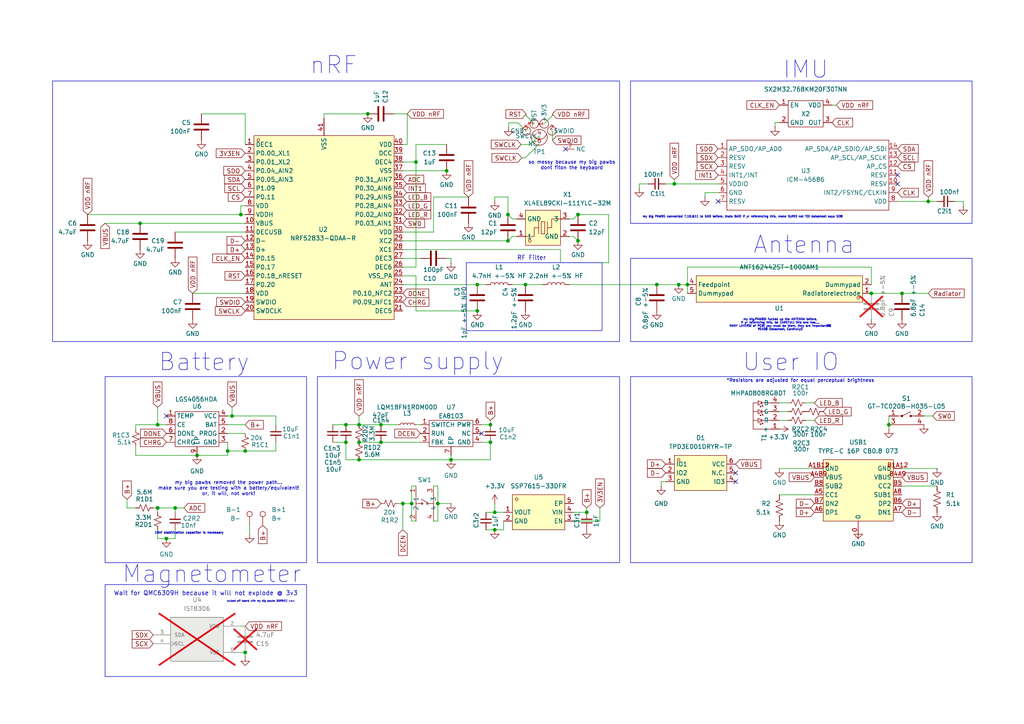
<source format=kicad_sch>
(kicad_sch (version 20250114) (generator "eeschema") (generator_version "9.0")
  (paper "A4")
  (rectangle (start 182.88 109.22) (end 281.94 163.195))
  (rectangle (start 182.88 23.495) (end 281.94 64.77))
  (rectangle (start 135.255 76.2) (end 174.625 95.885))
  (rectangle (start 92.075 109.22) (end 179.705 163.195))
  (rectangle (start 182.901 74.93) (end 281.94 99.06))
  (rectangle (start 15.24 23.495) (end 179.705 99.06))
  (rectangle (start 30.48 169.545) (end 88.9 196.215))
  (rectangle (start 30.48 109.22) (end 88.9 163.195))
  (text "10nf stabilization capacitor is necessary" (at 54.864 154.686 0) (effects (font (size 0.635 0.635))))
  (text "IMU\n" (at 233.68 20.32 0) (effects (font (size 5 5))))
  (text "Magnetometer" (at 61.468 166.624 0) (effects (font (size 5 5))))
  (text "Wait for QMC6309H because it will not explode @ 3v3" (at 59.69 172.212 0) (effects (font (size 1.27 1.27))))
  (text "my big.PAWBS! fucked up the ANTENNA before.\nif yr referncing this. be CAREFUL! this one has,.,,\nMANY LAYERS! of PCB! you must do them. they are important!!!!\nREAD!! Datasheet. Carefully!!" (at 226.314 94.234 0) (effects (font (size 0.6 0.6))))
  (text "my big PAWBS connected 7,10,&11 to GND before, thats BAD! If yr referencing this, make SURE! not TO! datasheet says SO!!" (at 215.392 62.992 0) (effects (font (size 0.6 0.6))))
  (text "nRF" (at 96.774 19.05 0) (effects (font (size 5 5))))
  (text "RF Filter" (at 154.178 74.93 0) (effects (font (size 1.27 1.27))))
  (text "Battery" (at 59.182 105.156 0) (effects (font (size 5 5))))
  (text "User IO" (at 229.362 105.156 0) (effects (font (size 5 5))))
  (text "swiped off board with my big pawbs SORRIEZ >w<" (at 75.692 174.498 0) (effects (font (size 0.5 0.5))))
  (text "*Resistors are adjusted for equal perceptual brightness" (at 232.156 110.49 0) (effects (font (size 1 1))))
  (text "Power supply" (at 121.158 104.902 0) (effects (font (size 5 5))))
  (text "Antenna" (at 233.172 71.12 0) (effects (font (size 5 5))))
  (text "so messy because my big pawbs\ndont fiton the keybaord" (at 165.862 48.006 0) (effects (font (size 1 1))))
  (text "my big pawbs removed the power path...\nmake sure you are testing with a battery/equivalent!\nor, it will, not work!" (at 66.294 141.732 0) (effects (font (size 1 1))))
  (junction (at 147.32 69.85))
  (junction (at 127 146.05))
  (junction (at 269.24 58.42))
  (junction (at 71.12 130.81))
  (junction (at 104.14 133.35))
  (junction (at 45.72 147.32))
  (junction (at 170.18 148.59))
  (junction (at 106.68 33.02))
  (junction (at 252.73 85.09))
  (junction (at 100.33 128.27))
  (junction (at 152.4 82.55))
  (junction (at 57.15 132.08))
  (junction (at 190.5 82.55))
  (junction (at 142.24 128.27))
  (junction (at 138.43 90.17))
  (junction (at 195.58 53.34))
  (junction (at 120.65 46.99))
  (junction (at 143.51 148.59))
  (junction (at 143.51 153.67))
  (junction (at 138.43 82.55))
  (junction (at 129.54 49.53))
  (junction (at 45.72 123.19))
  (junction (at 199.39 82.55))
  (junction (at 104.14 123.19))
  (junction (at 50.8 147.32))
  (junction (at 48.26 156.21))
  (junction (at 167.64 69.85))
  (junction (at 69.85 62.23))
  (junction (at 67.31 120.65))
  (junction (at 142.24 123.19))
  (junction (at 147.32 62.23))
  (junction (at 100.33 123.19))
  (junction (at 116.84 146.05))
  (junction (at 119.38 146.05))
  (junction (at 130.81 133.35))
  (junction (at 167.64 62.23))
  (junction (at 110.49 123.19))
  (junction (at 40.64 64.77))
  (junction (at 257.81 123.19))
  (junction (at 104.14 128.27))
  (junction (at 110.49 128.27))
  (junction (at 261.62 85.09))
  (junction (at 66.04 130.81))
  (junction (at 71.12 189.23))
  (junction (at 196.85 82.55))
  (no_connect (at 260.35 53.34))
  (no_connect (at 164.0339 43.2494))
  (no_connect (at 213.36 137.16))
  (no_connect (at 208.28 58.42))
  (no_connect (at 260.35 50.8))
  (no_connect (at 48.26 120.65))
  (no_connect (at 139.7 125.73))
  (no_connect (at 213.36 139.7))
  (wire (pts (xy 226.06 135.89) (xy 236.22 135.89)))
  (wire (pts (xy 127 151.13) (xy 127 146.05)))
  (wire (pts (xy 139.7 123.19) (xy 142.24 123.19)))
  (wire (pts (xy 116.84 80.01) (xy 120.65 80.01)))
  (wire (pts (xy 224.79 35.56) (xy 226.06 35.56)))
  (wire (pts (xy 116.84 72.39) (xy 162.56 72.39)))
  (wire (pts (xy 44.45 147.32) (xy 45.72 147.32)))
  (wire (pts (xy 228.6 121.92) (xy 226.06 121.92)))
  (wire (pts (xy 50.8 147.32) (xy 50.8 148.59)))
  (wire (pts (xy 125.73 140.97) (xy 127 140.97)))
  (wire (pts (xy 146.05 151.13) (xy 146.05 153.67)))
  (wire (pts (xy 69.85 189.23) (xy 71.12 189.23)))
  (wire (pts (xy 204.47 55.88) (xy 208.28 55.88)))
  (wire (pts (xy 25.4 62.23) (xy 69.85 62.23)))
  (wire (pts (xy 138.43 82.55) (xy 116.84 82.55)))
  (wire (pts (xy 176.53 62.23) (xy 176.53 76.2)))
  (wire (pts (xy 143.51 57.15) (xy 143.51 58.42)))
  (wire (pts (xy 36.83 144.78) (xy 36.83 147.32)))
  (wire (pts (xy 152.3387 45.7894) (xy 156.418 41.7101)))
  (wire (pts (xy 69.85 62.23) (xy 71.12 62.23)))
  (wire (pts (xy 224.79 35.56) (xy 224.79 36.83)))
  (wire (pts (xy 36.83 147.32) (xy 39.37 147.32)))
  (wire (pts (xy 199.39 77.47) (xy 199.39 82.55)))
  (wire (pts (xy 116.84 49.53) (xy 129.54 49.53)))
  (wire (pts (xy 191.77 139.7) (xy 191.77 140.97)))
  (wire (pts (xy 58.42 33.02) (xy 71.12 33.02)))
  (wire (pts (xy 50.8 67.31) (xy 71.12 67.31)))
  (wire (pts (xy 160.2239 38.1311) (xy 160.043 37.9502)))
  (wire (pts (xy 115.57 123.19) (xy 110.49 123.19)))
  (wire (pts (xy 100.33 123.19) (xy 104.14 123.19)))
  (wire (pts (xy 241.3 30.48) (xy 242.57 30.48)))
  (wire (pts (xy 71.12 33.02) (xy 71.12 41.91)))
  (wire (pts (xy 39.37 123.19) (xy 45.72 123.19)))
  (wire (pts (xy 71.12 189.23) (xy 71.12 190.5)))
  (wire (pts (xy 48.26 156.21) (xy 50.8 156.21)))
  (wire (pts (xy 130.81 133.35) (xy 130.81 132.08)))
  (wire (pts (xy 45.72 123.19) (xy 48.26 123.19)))
  (wire (pts (xy 271.78 58.42) (xy 269.24 58.42)))
  (wire (pts (xy 143.51 153.67) (xy 146.05 153.67)))
  (wire (pts (xy 93.98 33.02) (xy 93.98 34.29)))
  (wire (pts (xy 39.37 132.08) (xy 57.15 132.08)))
  (wire (pts (xy 248.92 153.67) (xy 248.92 156.21)))
  (wire (pts (xy 39.37 129.54) (xy 39.37 132.08)))
  (wire (pts (xy 127 146.05) (xy 130.81 146.05)))
  (wire (pts (xy 204.47 55.88) (xy 204.47 57.15)))
  (wire (pts (xy 130.81 133.35) (xy 142.24 133.35)))
  (wire (pts (xy 149.86 68.58) (xy 148.59 68.58)))
  (wire (pts (xy 165.1 82.55) (xy 190.5 82.55)))
  (wire (pts (xy 167.64 62.23) (xy 176.53 62.23)))
  (wire (pts (xy 104.14 123.19) (xy 110.49 123.19)))
  (wire (pts (xy 39.37 124.46) (xy 39.37 123.19)))
  (wire (pts (xy 119.38 140.97) (xy 120.65 140.97)))
  (wire (pts (xy 80.01 128.27) (xy 80.01 130.81)))
  (wire (pts (xy 139.7 128.27) (xy 142.24 128.27)))
  (wire (pts (xy 261.62 85.09) (xy 252.73 85.09)))
  (wire (pts (xy 50.8 153.67) (xy 50.8 156.21)))
  (wire (pts (xy 257.81 120.65) (xy 257.81 123.19)))
  (wire (pts (xy 185.42 53.34) (xy 185.42 54.61)))
  (wire (pts (xy 279.4 58.42) (xy 279.4 59.69)))
  (wire (pts (xy 252.73 77.47) (xy 252.73 82.55)))
  (wire (pts (xy 119.38 151.13) (xy 120.65 151.13)))
  (wire (pts (xy 67.31 120.65) (xy 66.04 120.65)))
  (wire (pts (xy 116.84 146.05) (xy 119.38 146.05)))
  (wire (pts (xy 125.73 57.15) (xy 135.89 57.15)))
  (wire (pts (xy 104.14 133.35) (xy 130.81 133.35)))
  (wire (pts (xy 116.84 67.31) (xy 125.73 67.31)))
  (wire (pts (xy 142.24 128.27) (xy 142.24 133.35)))
  (wire (pts (xy 160.2239 33.5205) (xy 157.8343 35.9101)))
  (wire (pts (xy 160.2239 40.7094) (xy 160.2239 38.1311)))
  (wire (pts (xy 119.38 146.05) (xy 119.38 140.97)))
  (wire (pts (xy 199.39 77.47) (xy 252.73 77.47)))
  (wire (pts (xy 45.72 156.21) (xy 48.26 156.21)))
  (wire (pts (xy 72.39 154.94) (xy 72.39 152.4)))
  (wire (pts (xy 40.64 64.77) (xy 71.12 64.77)))
  (wire (pts (xy 45.72 147.32) (xy 50.8 147.32)))
  (wire (pts (xy 116.84 41.91) (xy 118.11 41.91)))
  (wire (pts (xy 148.59 63.5) (xy 147.32 62.23)))
  (wire (pts (xy 196.85 82.55) (xy 199.39 82.55)))
  (wire (pts (xy 162.56 72.39) (xy 162.56 76.2)))
  (wire (pts (xy 151.3339 45.7894) (xy 152.3387 45.7894)))
  (wire (pts (xy 152.4 82.55) (xy 148.59 82.55)))
  (wire (pts (xy 66.04 128.27) (xy 66.04 130.81)))
  (wire (pts (xy 116.84 74.93) (xy 121.92 74.93)))
  (wire (pts (xy 226.06 143.51) (xy 236.22 143.51)))
  (wire (pts (xy 267.97 120.65) (xy 270.51 120.65)))
  (wire (pts (xy 104.14 128.27) (xy 110.49 128.27)))
  (wire (pts (xy 127 146.05) (xy 127 140.97)))
  (wire (pts (xy 149.86 63.5) (xy 148.59 63.5)))
  (wire (pts (xy 143.51 146.05) (xy 143.51 148.59)))
  (wire (pts (xy 66.04 130.81) (xy 71.12 130.81)))
  (wire (pts (xy 57.15 132.08) (xy 66.04 132.08)))
  (wire (pts (xy 195.58 53.34) (xy 208.28 53.34)))
  (wire (pts (xy 165.1 68.58) (xy 166.37 68.58)))
  (wire (pts (xy 170.18 147.32) (xy 170.18 148.59)))
  (wire (pts (xy 125.73 57.15) (xy 125.73 67.31)))
  (wire (pts (xy 129.54 74.93) (xy 130.81 74.93)))
  (wire (pts (xy 45.72 118.11) (xy 45.72 123.19)))
  (wire (pts (xy 190.5 82.55) (xy 196.85 82.55)))
  (wire (pts (xy 142.24 121.92) (xy 142.24 123.19)))
  (wire (pts (xy 147.5239 35.6294) (xy 147.5239 36.8994)))
  (wire (pts (xy 261.62 135.89) (xy 271.78 135.89)))
  (wire (pts (xy 120.65 80.01) (xy 120.65 90.17)))
  (wire (pts (xy 195.58 52.07) (xy 195.58 53.34)))
  (wire (pts (xy 191.77 139.7) (xy 193.04 139.7)))
  (wire (pts (xy 50.8 147.32) (xy 53.34 147.32)))
  (wire (pts (xy 173.99 147.32) (xy 173.99 151.13)))
  (wire (pts (xy 153.67 41.91) (xy 156.418 39.434)))
  (wire (pts (xy 140.97 82.55) (xy 138.43 82.55)))
  (wire (pts (xy 143.51 148.59) (xy 146.05 148.59)))
  (wire (pts (xy 157.48 82.55) (xy 152.4 82.55)))
  (wire (pts (xy 45.72 147.32) (xy 45.72 148.59)))
  (wire (pts (xy 120.65 90.17) (xy 138.43 90.17)))
  (wire (pts (xy 236.22 116.84) (xy 233.68 116.84)))
  (wire (pts (xy 120.65 123.19) (xy 121.92 123.19)))
  (wire (pts (xy 30.48 64.77) (xy 40.64 64.77)))
  (wire (pts (xy 116.84 77.47) (xy 120.65 77.47)))
  (wire (pts (xy 185.42 53.34) (xy 187.96 53.34)))
  (wire (pts (xy 269.24 57.15) (xy 269.24 58.42)))
  (wire (pts (xy 147.5239 35.6294) (xy 150.243 35.6294)))
  (wire (pts (xy 110.49 128.27) (xy 121.92 128.27)))
  (wire (pts (xy 193.04 53.34) (xy 195.58 53.34)))
  (wire (pts (xy 152.6039 33.0894) (xy 152.6039 33.5742)))
  (wire (pts (xy 160.2239 33.0894) (xy 160.2239 33.5205)))
  (wire (pts (xy 80.01 120.65) (xy 80.01 123.19)))
  (wire (pts (xy 69.85 59.69) (xy 69.85 62.23)))
  (wire (pts (xy 114.3 33.02) (xy 118.11 33.02)))
  (wire (pts (xy 152.6039 33.5742) (xy 154.9343 35.9046)))
  (wire (pts (xy 119.38 151.13) (xy 119.38 146.05)))
  (wire (pts (xy 140.97 153.67) (xy 143.51 153.67)))
  (wire (pts (xy 66.04 132.08) (xy 66.04 130.81)))
  (wire (pts (xy 269.24 58.42) (xy 260.35 58.42)))
  (wire (pts (xy 199.39 82.55) (xy 199.39 85.09)))
  (wire (pts (xy 147.32 57.15) (xy 147.32 62.23)))
  (wire (pts (xy 116.84 153.67) (xy 116.84 146.05)))
  (wire (pts (xy 100.33 133.35) (xy 104.14 133.35)))
  (wire (pts (xy 228.6 119.38) (xy 226.06 119.38)))
  (wire (pts (xy 269.24 85.09) (xy 261.62 85.09)))
  (wire (pts (xy 104.14 120.65) (xy 104.14 123.19)))
  (wire (pts (xy 67.31 120.65) (xy 80.01 120.65)))
  (wire (pts (xy 71.12 181.61) (xy 69.85 181.61)))
  (wire (pts (xy 116.84 69.85) (xy 147.32 69.85)))
  (wire (pts (xy 96.52 128.27) (xy 100.33 128.27)))
  (wire (pts (xy 67.31 118.11) (xy 67.31 120.65)))
  (wire (pts (xy 166.37 151.13) (xy 173.99 151.13)))
  (wire (pts (xy 279.4 58.42) (xy 276.86 58.42)))
  (wire (pts (xy 166.37 148.59) (xy 170.18 148.59)))
  (wire (pts (xy 69.85 59.69) (xy 71.12 59.69)))
  (wire (pts (xy 120.65 41.91) (xy 129.54 41.91)))
  (wire (pts (xy 66.04 123.19) (xy 71.12 123.19)))
  (wire (pts (xy 165.1 63.5) (xy 166.37 63.5)))
  (wire (pts (xy 162.56 76.2) (xy 176.53 76.2)))
  (wire (pts (xy 150.243 35.6294) (xy 152.5916 37.978)))
  (wire (pts (xy 261.62 140.97) (xy 271.78 140.97)))
  (wire (pts (xy 66.04 125.73) (xy 71.12 125.73)))
  (wire (pts (xy 93.98 33.02) (xy 106.68 33.02)))
  (wire (pts (xy 130.81 74.93) (xy 130.81 76.2)))
  (wire (pts (xy 118.11 33.02) (xy 118.11 41.91)))
  (wire (pts (xy 151.1313 41.91) (xy 153.67 41.91)))
  (wire (pts (xy 166.37 63.5) (xy 167.64 62.23)))
  (wire (pts (xy 55.88 85.09) (xy 71.12 85.09)))
  (wire (pts (xy 140.97 148.59) (xy 143.51 148.59)))
  (wire (pts (xy 143.51 57.15) (xy 147.32 57.15)))
  (wire (pts (xy 100.33 128.27) (xy 100.33 133.35)))
  (wire (pts (xy 257.81 123.19) (xy 257.81 124.46)))
  (wire (pts (xy 71.12 130.81) (xy 80.01 130.81)))
  (wire (pts (xy 120.65 46.99) (xy 120.65 77.47)))
  (wire (pts (xy 148.59 68.58) (xy 147.32 69.85)))
  (wire (pts (xy 236.22 121.92) (xy 233.68 121.92)))
  (wire (pts (xy 228.6 116.84) (xy 226.06 116.84)))
  (wire (pts (xy 166.37 68.58) (xy 167.64 69.85)))
  (wire (pts (xy 45.72 153.67) (xy 45.72 156.21)))
  (wire (pts (xy 115.57 146.05) (xy 116.84 146.05)))
  (wire (pts (xy 116.84 46.99) (xy 120.65 46.99)))
  (wire (pts (xy 125.73 151.13) (xy 127 151.13)))
  (wire (pts (xy 120.65 41.91) (xy 120.65 46.99)))
  (wire (pts (xy 96.52 123.19) (xy 100.33 123.19)))
  (global_label "DCEN" (shape input) (at 116.84 153.67 270) (property "Intersheetrefs" "${INTERSHEET_REFS}" (effects (hide yes))))
  (global_label "SDO" (shape input) (at 208.28 43.18 180) (property "Intersheetrefs" "${INTERSHEET_REFS}" (effects (hide yes))))
  (global_label "SDA" (shape input) (at 260.35 43.18 0) (property "Intersheetrefs" "${INTERSHEET_REFS}" (effects (hide yes))))
  (global_label "SWCLK" (shape input) (at 71.12 90.17 180) (property "Intersheetrefs" "${INTERSHEET_REFS}" (effects (hide yes))))
  (global_label "ADC" (shape input) (at 116.84 52.07 0) (property "Intersheetrefs" "${INTERSHEET_REFS}" (effects (hide yes))))
  (global_label "VBUS" (shape input) (at 236.22 138.43 180) (property "Intersheetrefs" "${INTERSHEET_REFS}" (effects (hide yes))))
  (global_label "CS" (shape input) (at 260.35 48.26 0) (property "Intersheetrefs" "${INTERSHEET_REFS}" (effects (hide yes))))
  (global_label "INT1" (shape input) (at 116.84 54.61 0) (property "Intersheetrefs" "${INTERSHEET_REFS}" (effects (hide yes))))
  (global_label "SCX" (shape input) (at 208.28 48.26 180) (property "Intersheetrefs" "${INTERSHEET_REFS}" (effects (hide yes))))
  (global_label "VDD nRF" (shape input) (at 118.11 33.02 0) (property "Intersheetrefs" "${INTERSHEET_REFS}" (effects (hide yes))))
  (global_label "INT1" (shape input) (at 208.28 50.8 180) (property "Intersheetrefs" "${INTERSHEET_REFS}" (effects (hide yes))))
  (global_label "DONE" (shape input) (at 48.26 125.73 180) (property "Intersheetrefs" "${INTERSHEET_REFS}" (effects (hide yes))))
  (global_label "D+" (shape input) (at 193.04 134.62 180) (property "Intersheetrefs" "${INTERSHEET_REFS}" (effects (hide yes))))
  (global_label "LED_B" (shape input) (at 116.84 57.15 0) (property "Intersheetrefs" "${INTERSHEET_REFS}" (effects (hide yes))))
  (global_label "VBUS" (shape input) (at 213.36 134.62 0) (property "Intersheetrefs" "${INTERSHEET_REFS}" (effects (hide yes))))
  (global_label "VDD nRF" (shape input) (at 25.4 62.23 90) (property "Intersheetrefs" "${INTERSHEET_REFS}" (effects (hide yes))))
  (global_label "Radiator" (shape input) (at 269.24 85.09 0) (property "Intersheetrefs" "${INTERSHEET_REFS}" (effects (hide yes))))
  (global_label "D-" (shape input) (at 193.04 137.16 180) (property "Intersheetrefs" "${INTERSHEET_REFS}" (effects (hide yes))))
  (global_label "LED_R" (shape input) (at 236.22 121.92 0) (property "Intersheetrefs" "${INTERSHEET_REFS}" (effects (hide yes))))
  (global_label "B+" (shape input) (at 76.2 152.4 270) (property "Intersheetrefs" "${INTERSHEET_REFS}" (effects (hide yes))))
  (global_label "LED_G" (shape input) (at 238.76 119.38 0) (property "Intersheetrefs" "${INTERSHEET_REFS}" (effects (hide yes))))
  (global_label "CLK" (shape input) (at 260.35 55.88 0) (property "Intersheetrefs" "${INTERSHEET_REFS}" (effects (hide yes))))
  (global_label "VBUS" (shape input) (at 45.72 118.11 90) (property "Intersheetrefs" "${INTERSHEET_REFS}" (effects (hide yes))))
  (global_label "CLK" (shape input) (at 241.3 35.56 0) (property "Intersheetrefs" "${INTERSHEET_REFS}" (effects (hide yes))))
  (global_label "VBUS" (shape input) (at 261.62 138.43 0) (property "Intersheetrefs" "${INTERSHEET_REFS}" (effects (hide yes))))
  (global_label "B+" (shape input) (at 110.49 146.05 180) (property "Intersheetrefs" "${INTERSHEET_REFS}" (effects (hide yes))))
  (global_label "RST" (shape input) (at 152.6039 33.0894 180) (property "Intersheetrefs" "${INTERSHEET_REFS}" (effects (hide yes))))
  (global_label "SCX" (shape input) (at 44.45 186.69 180) (property "Intersheetrefs" "${INTERSHEET_REFS}" (effects (hide yes))))
  (global_label "RST" (shape input) (at 71.12 80.01 180) (property "Intersheetrefs" "${INTERSHEET_REFS}" (effects (hide yes))))
  (global_label "LED_G" (shape input) (at 116.84 59.69 0) (property "Intersheetrefs" "${INTERSHEET_REFS}" (effects (hide yes))))
  (global_label "VBUS" (shape input) (at 67.31 118.11 90) (property "Intersheetrefs" "${INTERSHEET_REFS}" (effects (hide yes))))
  (global_label "DCEN" (shape input) (at 121.92 125.73 180) (property "Intersheetrefs" "${INTERSHEET_REFS}" (effects (hide yes))))
  (global_label "SDO" (shape input) (at 71.12 49.53 180) (property "Intersheetrefs" "${INTERSHEET_REFS}" (effects (hide yes))))
  (global_label "SW0" (shape input) (at 116.84 64.77 0) (property "Intersheetrefs" "${INTERSHEET_REFS}" (effects (hide yes))))
  (global_label "SWCLK" (shape input) (at 151.1313 41.91 180) (property "Intersheetrefs" "${INTERSHEET_REFS}" (effects (hide yes))))
  (global_label "VDD nRF" (shape input) (at 104.14 120.65 90) (property "Intersheetrefs" "${INTERSHEET_REFS}" (effects (hide yes))))
  (global_label "D+" (shape input) (at 236.22 148.59 180) (property "Intersheetrefs" "${INTERSHEET_REFS}" (effects (hide yes))))
  (global_label "D-" (shape input) (at 71.12 69.85 180) (property "Intersheetrefs" "${INTERSHEET_REFS}" (effects (hide yes))))
  (global_label "DONE" (shape input) (at 116.84 85.09 0) (property "Intersheetrefs" "${INTERSHEET_REFS}" (effects (hide yes))))
  (global_label "B+" (shape input) (at 170.18 147.32 90) (property "Intersheetrefs" "${INTERSHEET_REFS}" (effects (hide yes))))
  (global_label "SWDIO" (shape input) (at 160.2239 40.7094 0) (property "Intersheetrefs" "${INTERSHEET_REFS}" (effects (hide yes))))
  (global_label "VDD nRF" (shape input) (at 55.88 85.09 90) (property "Intersheetrefs" "${INTERSHEET_REFS}" (effects (hide yes))))
  (global_label "VDD nRF" (shape input) (at 71.12 181.61 0) (property "Intersheetrefs" "${INTERSHEET_REFS}" (effects (hide yes))))
  (global_label "3V3EN" (shape input) (at 71.12 44.45 180) (property "Intersheetrefs" "${INTERSHEET_REFS}" (effects (hide yes))))
  (global_label "SDA" (shape input) (at 71.12 52.07 180) (property "Intersheetrefs" "${INTERSHEET_REFS}" (effects (hide yes))))
  (global_label "SDX" (shape input) (at 44.45 184.15 180) (property "Intersheetrefs" "${INTERSHEET_REFS}" (effects (hide yes))))
  (global_label "CS" (shape input) (at 71.12 57.15 180) (property "Intersheetrefs" "${INTERSHEET_REFS}" (effects (hide yes))))
  (global_label "SW0" (shape input) (at 270.51 120.65 0) (property "Intersheetrefs" "${INTERSHEET_REFS}" (effects (hide yes))))
  (global_label "3V3EN" (shape input) (at 173.99 147.32 90) (property "Intersheetrefs" "${INTERSHEET_REFS}" (effects (hide yes))))
  (global_label "VBUS" (shape input) (at 30.48 64.77 270) (property "Intersheetrefs" "${INTERSHEET_REFS}" (effects (hide yes))))
  (global_label "D+" (shape input) (at 71.12 72.39 180) (property "Intersheetrefs" "${INTERSHEET_REFS}" (effects (hide yes))))
  (global_label "LED_B" (shape input) (at 236.22 116.84 0) (property "Intersheetrefs" "${INTERSHEET_REFS}" (effects (hide yes))))
  (global_label "VDD nRF" (shape input) (at 242.57 30.48 0) (property "Intersheetrefs" "${INTERSHEET_REFS}" (effects (hide yes))))
  (global_label "CHRG" (shape input) (at 116.84 87.63 0) (property "Intersheetrefs" "${INTERSHEET_REFS}" (effects (hide yes))))
  (global_label "ADC" (shape input) (at 53.34 147.32 0) (property "Intersheetrefs" "${INTERSHEET_REFS}" (effects (hide yes))))
  (global_label "VDD nRF" (shape input) (at 195.58 52.07 90) (property "Intersheetrefs" "${INTERSHEET_REFS}" (effects (hide yes))))
  (global_label "CHRG" (shape input) (at 48.26 128.27 180) (property "Intersheetrefs" "${INTERSHEET_REFS}" (effects (hide yes))))
  (global_label "B+" (shape input) (at 142.24 121.92 90) (property "Intersheetrefs" "${INTERSHEET_REFS}" (effects (hide yes))))
  (global_label "D-" (shape input) (at 236.22 146.05 180) (property "Intersheetrefs" "${INTERSHEET_REFS}" (effects (hide yes))))
  (global_label "SWDIO" (shape input) (at 71.12 87.63 180) (property "Intersheetrefs" "${INTERSHEET_REFS}" (effects (hide yes))))
  (global_label "CLK_EN" (shape input) (at 226.06 30.48 180) (property "Intersheetrefs" "${INTERSHEET_REFS}" (effects (hide yes))))
  (global_label "SCL" (shape input) (at 260.35 45.72 0) (property "Intersheetrefs" "${INTERSHEET_REFS}" (effects (hide yes))))
  (global_label "SCL" (shape input) (at 71.12 54.61 180) (property "Intersheetrefs" "${INTERSHEET_REFS}" (effects (hide yes))))
  (global_label "LED_R" (shape input) (at 116.84 62.23 0) (property "Intersheetrefs" "${INTERSHEET_REFS}" (effects (hide yes))))
  (global_label "VDD nRF" (shape input) (at 160.2239 33.0894 0) (property "Intersheetrefs" "${INTERSHEET_REFS}" (effects (hide yes))))
  (global_label "D+" (shape input) (at 261.62 146.05 0) (property "Intersheetrefs" "${INTERSHEET_REFS}" (effects (hide yes))))
  (global_label "VDD nRF" (shape input) (at 135.89 57.15 90) (property "Intersheetrefs" "${INTERSHEET_REFS}" (effects (hide yes))))
  (global_label "SWCLK" (shape input) (at 151.3339 45.7894 180) (property "Intersheetrefs" "${INTERSHEET_REFS}" (effects (hide yes))))
  (global_label "SDX" (shape input) (at 208.28 45.72 180) (property "Intersheetrefs" "${INTERSHEET_REFS}" (effects (hide yes))))
  (global_label "B+" (shape input) (at 36.83 144.78 90) (property "Intersheetrefs" "${INTERSHEET_REFS}" (effects (hide yes))))
  (global_label "VDD nRF" (shape input) (at 269.24 57.15 90) (property "Intersheetrefs" "${INTERSHEET_REFS}" (effects (hide yes))))
  (global_label "B+" (shape input) (at 71.12 123.19 0) (property "Intersheetrefs" "${INTERSHEET_REFS}" (effects (hide yes))))
  (global_label "D-" (shape input) (at 261.62 148.59 0) (property "Intersheetrefs" "${INTERSHEET_REFS}" (effects (hide yes))))
  (global_label "CLK_EN" (shape input) (at 71.12 74.93 180) (property "Intersheetrefs" "${INTERSHEET_REFS}" (effects (hide yes))))
  (symbol (lib_id "Device:C") (at 55.88 88.9 0) (unit 1)
    (property "Reference" "C7" (at 52.832 87.63 0) (effects (justify right)))
    (property "Value" "100nF" (at 52.832 90.17 0) (effects (justify right)))
    (property "Footprint" "beaLib:C_0201_JLC" (effects (hide yes)))
    (property "Description" "Unpolarized capacitor" (effects (hide yes)))
  )
  (symbol (lib_id "ezeda2kicad:NRF52833-QDAA-R") (at 93.98 66.04 0) (unit 1)
    (property "Reference" "U2" (at 93.726 66.548 0))
    (property "Value" "NRF52833-QDAA-R" (at 93.726 69.088 0))
    (property "Footprint" "ezeda2kicad:QFN-40_L5.0-W5.0-P0.40-TL-EP3.6" (effects (hide yes)))
    (property "LCSC Part" "C2895249" (effects (hide yes)))
  )
  (symbol (lib_id "easyeda2kicad:LGS4056HDA") (at 57.15 124.46 0) (unit 1)
    (property "Reference" "U6" (at 57.15 117.856 0))
    (property "Value" "LGS4056HDA" (at 56.896 115.824 0))
    (property "Footprint" "easyeda2kicad:DFN-8_L2.0-W2.0-P0.50-TL-EP1.6" (effects (hide yes)))
  )
  (symbol (lib_id "Device:R_Small_US") (at 39.37 127 180) (unit 1)
    (property "Reference" "R1C3" (at 35.052 126.238 0))
    (property "Value" "5.1k" (at 36.068 128.27 0))
    (property "Footprint" "beaLib:R_0201_JLC" (effects (hide yes)))
    (property "Description" "Resistor, small US symbol" (effects (hide yes)))
  )
  (symbol (lib_id "Device:R_Small_US") (at 45.72 151.13 180) (unit 1)
    (property "Reference" "R2D1" (at 41.656 152.146 0))
    (property "Value" "3.3M" (at 41.656 150.114 0))
    (property "Footprint" "beaLib:R_0201_JLC" (effects (hide yes)))
    (property "Description" "Resistor, small US symbol" (effects (hide yes)))
  )
  (symbol (lib_id "Connector:TestPoint") (at 72.39 152.4 0) (mirror y) (unit 1)
    (property "Reference" "B-1" (at 69.85 147.8279 0) (effects (justify left)))
    (property "Value" "B-" (at 69.85 150.3679 0) (effects (justify left)))
    (property "Footprint" "justPads_custom:2_3-1.5_2.5_1_1" (effects (hide yes)))
    (property "Description" "test point" (effects (hide yes)))
  )
  (symbol (lib_id "power:GND") (at 170.18 153.67 0) (unit 1)
    (property "Reference" "#PWR040" (effects (hide yes)))
    (property "Value" "GND" (effects (hide yes)))
    (property "Description" "Power symbol creates a global label with name \"GND\" , ground" (effects (hide yes)))
  )
  (symbol (lib_id "power:GND") (at 147.5239 36.8994 0) (unit 1)
    (property "Reference" "#PWR012" (effects (hide yes)))
    (property "Value" "GND" (effects (hide yes)))
    (property "Description" "Power symbol creates a global label with name \"GND\" , ground" (effects (hide yes)))
  )
  (symbol (lib_id "Device:R_Small_US") (at 231.14 116.84 90) (unit 1)
    (property "Reference" "R2C1" (at 232.156 112.268 90))
    (property "Value" "100r" (at 232.156 114.046 90))
    (property "Footprint" "beaLib:R_0201_JLC" (effects (hide yes)))
    (property "Description" "Resistor, small US symbol" (effects (hide yes)))
  )
  (symbol (lib_id "Device:C_Small") (at 142.24 125.73 0) (unit 1)
    (property "Reference" "C1n2" (at 144.78 126.746 0) (effects (justify left)))
    (property "Value" "10uF" (at 144.526 124.714 0) (effects (justify left)))
    (property "Footprint" "beaLib:C_0402_JLC" (effects (hide yes)))
    (property "Description" "Unpolarized capacitor, small symbol" (effects (hide yes)))
  )
  (symbol (lib_id "power:GND") (at 196.85 82.55 0) (unit 1)
    (property "Reference" "#PWR020" (effects (hide yes)))
    (property "Value" "GND" (at 196.85 86.614 0))
    (property "Description" "Power symbol creates a global label with name \"GND\" , ground" (effects (hide yes)))
  )
  (symbol (lib_id "Device:C") (at 135.89 60.96 0) (unit 1)
    (property "Reference" "C11" (at 132.842 59.69 0) (effects (justify right)))
    (property "Value" "100nF" (at 132.842 62.23 0) (effects (justify right)))
    (property "Footprint" "beaLib:C_0201_JLC" (effects (hide yes)))
    (property "Description" "Unpolarized capacitor" (effects (hide yes)))
  )
  (symbol (lib_id "power:GND") (at 138.43 90.17 0) (unit 1)
    (property "Reference" "#PWR018" (effects (hide yes)))
    (property "Value" "GND" (at 138.43 94.234 0))
    (property "Description" "Power symbol creates a global label with name \"GND\" , ground" (effects (hide yes)))
  )
  (symbol (lib_id "Device:L") (at 144.78 82.55 90) (unit 1)
    (property "Reference" "L1" (at 144.78 77.47 90))
    (property "Value" "4.7nH +-5% HF" (at 144.78 80.01 90))
    (property "Footprint" "Inductor_SMD:L_0201_0603Metric" (effects (hide yes)))
    (property "Description" "Inductor" (effects (hide yes)))
  )
  (symbol (lib_id "imu_custom:ICM-42688-P") (at 233.68 50.8 0) (unit 1)
    (property "Reference" "U3" (at 233.68 49.53 0))
    (property "Value" "ICM-45686" (at 233.68 52.07 0))
    (property "Footprint" "imu_custom:ICM-42688-P" (effects (hide yes)))
  )
  (symbol (lib_id "Device:C") (at 190.5 86.36 0) (unit 1)
    (property "Reference" "C8" (at 185.166 86.106 90) (effects (justify right)))
    (property "Value" "0.8pF +-5%" (at 187.198 83.312 90) (effects (justify right)))
    (property "Footprint" "beaLib:C_0201_JLC" (effects (hide yes)))
    (property "Description" "Unpolarized capacitor" (effects (hide yes)))
  )
  (symbol (lib_id "power:GND") (at 58.42 40.64 0) (unit 1)
    (property "Reference" "#PWR02" (effects (hide yes)))
    (property "Value" "GND" (at 58.42 44.704 0))
    (property "Description" "Power symbol creates a global label with name \"GND\" , ground" (effects (hide yes)))
  )
  (symbol (lib_id "Device:C") (at 252.73 88.9 180) (unit 1) (in_bom no) (dnp yes)
    (property "Reference" "C9" (at 258.572 91.948 90) (effects (justify right)))
    (property "Value" "0.8pF +-5%" (at 256.032 91.948 90) (effects (justify right)))
    (property "Footprint" "beaLib:C_0201_JLC" (effects (hide yes)))
    (property "Description" "Unpolarized capacitor" (effects (hide yes)))
  )
  (symbol (lib_id "power:GND") (at 25.4 69.85 0) (unit 1)
    (property "Reference" "#PWR011" (effects (hide yes)))
    (property "Value" "GND" (at 25.4 73.914 0))
    (property "Description" "Power symbol creates a global label with name \"GND\" , ground" (effects (hide yes)))
  )
  (symbol (lib_id "power:GND") (at 143.51 58.42 0) (unit 1)
    (property "Reference" "#PWR05" (effects (hide yes)))
    (property "Value" "GND" (at 143.51 62.484 0))
    (property "Description" "Power symbol creates a global label with name \"GND\" , ground" (effects (hide yes)))
  )
  (symbol (lib_id "power:GND") (at 271.78 135.89 0) (unit 1)
    (property "Reference" "#PWR014" (effects (hide yes)))
    (property "Value" "GND" (at 271.78 139.954 0))
    (property "Description" "Power symbol creates a global label with name \"GND\" , ground" (effects (hide yes)))
  )
  (symbol (lib_id "Device:C_Small") (at 110.49 125.73 0) (unit 1)
    (property "Reference" "C1n4" (at 107.95 121.92 0) (effects (justify left)))
    (property "Value" "47pF" (at 107.95 120.396 0) (effects (justify left)))
    (property "Footprint" "beaLib:C_0201_JLC" (effects (hide yes)))
    (property "Description" "Unpolarized capacitor, small symbol" (effects (hide yes)))
  )
  (symbol (lib_id "Device:C") (at 261.62 88.9 180) (unit 1)
    (property "Reference" "C14" (at 267.462 91.948 90) (effects (justify right)))
    (property "Value" "6.8pF +-5%" (at 264.922 91.948 90) (effects (justify right)))
    (property "Footprint" "beaLib:C_0201_JLC" (effects (hide yes)))
    (property "Description" "Unpolarized capacitor" (effects (hide yes)))
  )
  (symbol (lib_id "power:GND") (at 185.42 54.61 0) (mirror y) (unit 1)
    (property "Reference" "#PWR026" (effects (hide yes)))
    (property "Value" "GND" (effects (hide yes)))
    (property "Description" "Power symbol creates a global label with name \"GND\" , ground" (effects (hide yes)))
  )
  (symbol (lib_id "power:GND") (at 279.4 59.69 0) (mirror y) (unit 1)
    (property "Reference" "#PWR035" (effects (hide yes)))
    (property "Value" "GND" (effects (hide yes)))
    (property "Description" "Power symbol creates a global label with name \"GND\" , ground" (effects (hide yes)))
  )
  (symbol (lib_id "power:GND") (at 55.88 92.71 0) (unit 1)
    (property "Reference" "#PWR08" (effects (hide yes)))
    (property "Value" "GND" (at 55.88 96.774 0))
    (property "Description" "Power symbol creates a global label with name \"GND\" , ground" (effects (hide yes)))
  )
  (symbol (lib_id "IST8306:IST8306") (at 57.15 184.15 0) (unit 1) (dnp yes)
    (property "Reference" "U4" (at 57.15 173.99 0))
    (property "Value" "IST8306" (at 57.15 176.53 0))
    (property "Footprint" "mag_custom:IST8306" (effects (hide yes)))
    (property "MF" "Isentek Inc" (effects (hide yes)))
    (property "MAXIMUM_PACKAGE_HEIGHT" "0.59mm" (effects (hide yes)))
    (property "CREATOR" "ASHISH" (effects (hide yes)))
    (property "Price" "None" (effects (hide yes)))
    (property "Package" "None" (effects (hide yes)))
    (property "Check_prices" "https://www.snapeda.com/parts/iST8306/Isentek/view-part/?ref=eda" (effects (hide yes)))
    (property "STANDARD" "IPC-7351B" (effects (hide yes)))
    (property "PARTREV" "1.4" (effects (hide yes)))
    (property "SnapEDA_Link" "https://www.snapeda.com/parts/iST8306/Isentek/view-part/?ref=snap" (effects (hide yes)))
    (property "MP" "iST8306" (effects (hide yes)))
    (property "Description_1" "Magnetoresistive Sensor X, Y, Z Axis 4-WLCSP (0.80x0.80)" (effects (hide yes)))
    (property "Availability" "In Stock" (effects (hide yes)))
    (property "MANUFACTURER" "Isentek Inc" (effects (hide yes)))
  )
  (symbol (lib_id "power:GND") (at 271.78 148.59 0) (unit 1)
    (property "Reference" "#PWR016" (effects (hide yes)))
    (property "Value" "GND" (at 271.78 152.654 0))
    (property "Description" "Power symbol creates a global label with name \"GND\" , ground" (effects (hide yes)))
  )
  (symbol (lib_id "power:GND") (at 224.79 36.83 0) (mirror y) (unit 1)
    (property "Reference" "#PWR028" (effects (hide yes)))
    (property "Value" "GND" (effects (hide yes)))
    (property "Description" "Power symbol creates a global label with name \"GND\" , ground" (effects (hide yes)))
  )
  (symbol (lib_id "Device:R_US") (at 226.06 147.32 0) (mirror y) (unit 1)
    (property "Reference" "R2" (at 223.52 146.0499 0) (effects (justify left)))
    (property "Value" "5.1k" (at 223.52 148.5899 0) (effects (justify left)))
    (property "Footprint" "beaLib:R_0201_JLC" (effects (hide yes)))
    (property "Description" "Resistor, US symbol" (effects (hide yes)))
  )
  (symbol (lib_id "easyeda2kicad:1TS026A-1100-0550-CT") (at 123.19 146.05 90) (unit 1)
    (property "Reference" "SW1" (at 123.19 139.192 90))
    (property "Value" "1TS026A-1100-0550-CT" (effects (hide yes)))
    (property "Footprint" "easyeda2kicad:SW-SMD_4P-L2.6-W1.6-P0.75-LS3.0" (effects (hide yes)))
    (property "LCSC Part" "C913779" (effects (hide yes)))
  )
  (symbol (lib_id "Device:R_US") (at 271.78 144.78 0) (unit 1)
    (property "Reference" "R1" (at 274.32 143.5099 0) (effects (justify left)))
    (property "Value" "5.1k" (at 274.32 146.0499 0) (effects (justify left)))
    (property "Footprint" "beaLib:R_0201_JLC" (effects (hide yes)))
    (property "Description" "Resistor, US symbol" (effects (hide yes)))
  )
  (symbol (lib_id "Device:R_Small_US") (at 231.14 119.38 90) (unit 1)
    (property "Reference" "R2C2" (at 232.156 124.46 90))
    (property "Value" "300r" (at 232.156 125.984 90))
    (property "Footprint" "beaLib:R_0201_JLC" (effects (hide yes)))
    (property "Description" "Resistor, small US symbol" (effects (hide yes)))
  )
  (symbol (lib_id "power:GND") (at 226.06 135.89 0) (unit 1)
    (property "Reference" "#PWR013" (effects (hide yes)))
    (property "Value" "GND" (at 226.06 139.954 0))
    (property "Description" "Power symbol creates a global label with name \"GND\" , ground" (effects (hide yes)))
  )
  (symbol (lib_id "Device:R_Small_US") (at 71.12 128.27 0) (unit 1)
    (property "Reference" "R1C1" (at 75.438 129.032 0))
    (property "Value" "20k" (at 74.422 127 0))
    (property "Footprint" "beaLib:R_0201_JLC" (effects (hide yes)))
    (property "Description" "Resistor, small US symbol" (effects (hide yes)))
  )
  (symbol (lib_id "power:GND") (at 267.97 123.19 0) (unit 1)
    (property "Reference" "#PWR038" (effects (hide yes)))
    (property "Value" "GND" (effects (hide yes)))
    (property "Description" "Power symbol creates a global label with name \"GND\" , ground" (effects (hide yes)))
  )
  (symbol (lib_id "button_custom:GT-TC020B-H035-L05") (at 262.89 121.92 0) (unit 1)
    (property "Reference" "S1" (at 262.89 115.57 0))
    (property "Value" "GT-TC020B-H035-L05" (at 262.89 117.856 0))
    (property "Footprint" "easyeda2kicad:SW-SMD_GT-TC020B-H035-L05" (effects (hide yes)))
  )
  (symbol (lib_id "Device:R_Small_US") (at 104.14 130.81 180) (unit 1)
    (property "Reference" "R1D2" (at 107.95 129.794 0))
    (property "Value" "5.6M" (at 107.95 131.826 0))
    (property "Footprint" "beaLib:R_0201_JLC" (effects (hide yes)))
    (property "Description" "Resistor, small US symbol" (effects (hide yes)))
  )
  (symbol (lib_id "Device:C_Small") (at 140.97 151.13 0) (mirror x) (unit 1)
    (property "Reference" "C3r2" (at 138.1179 148.5565 90) (effects (justify left)))
    (property "Value" "1uF" (at 143.7056 149.2749 90) (effects (justify left)))
    (property "Footprint" "beaLib:C_0201_JLC" (effects (hide yes)))
    (property "Description" "Unpolarized capacitor, small symbol" (effects (hide yes)))
  )
  (symbol (lib_id "Device:C_Small") (at 100.33 125.73 180) (unit 1)
    (property "Reference" "C1n3" (at 98.806 130.048 0) (effects (justify left)))
    (property "Value" "10uF" (at 99.06 132.08 0) (effects (justify left)))
    (property "Footprint" "beaLib:C_0402_JLC" (effects (hide yes)))
    (property "Description" "Unpolarized capacitor, small symbol" (effects (hide yes)))
  )
  (symbol (lib_id "power:GND") (at 130.81 76.2 0) (unit 1)
    (property "Reference" "#PWR07" (effects (hide yes)))
    (property "Value" "GND" (at 130.81 80.264 0))
    (property "Description" "Power symbol creates a global label with name \"GND\" , ground" (effects (hide yes)))
  )
  (symbol (lib_id "ezeda2kicad:ANT162442ST-1000AM1") (at 226.06 83.82 180) (unit 1)
    (property "Reference" "U1" (at 226.06 89.408 0))
    (property "Value" "ANT162442ST-1000AM1" (at 226.06 77.47 0))
    (property "Footprint" "Ezeda2kicad:ANT-SMD_6P-L1.6-W0.8-L" (effects (hide yes)))
    (property "LCSC Part" "C5119334" (effects (hide yes)))
  )
  (symbol (lib_id "power:GND") (at 106.68 33.02 0) (unit 1)
    (property "Reference" "#PWR03" (effects (hide yes)))
    (property "Value" "GND" (at 106.68 37.084 0))
    (property "Description" "Power symbol creates a global label with name \"GND\" , ground" (effects (hide yes)))
  )
  (symbol (lib_id "Device:C_Small") (at 96.52 125.73 180) (unit 1)
    (property "Reference" "C1n5" (at 99.06 134.112 0) (effects (justify left)))
    (property "Value" "10uF" (at 99.314 136.144 0) (effects (justify left)))
    (property "Footprint" "beaLib:C_0402_JLC" (effects (hide yes)))
    (property "Description" "Unpolarized capacitor, small symbol" (effects (hide yes)))
  )
  (symbol (lib_id "easyeda2kicad:EA8103DHR") (at 130.81 125.73 0) (unit 1)
    (property "Reference" "U7" (at 130.81 118.11 0))
    (property "Value" "EA8103" (at 130.81 120.65 0))
    (property "Footprint" "easyeda2kicad:DFN-6_L1.5-W1.5-P0.50-BL-EP1.0" (effects (hide yes)))
  )
  (symbol (lib_id "power:GND") (at 143.51 153.67 0) (unit 1)
    (property "Reference" "#PWR043" (effects (hide yes)))
    (property "Value" "GND" (effects (hide yes)))
    (property "Description" "Power symbol creates a global label with name \"GND\" , ground" (effects (hide yes)))
  )
  (symbol (lib_id "power:+3.3V") (at 226.06 124.46 270) (unit 1)
    (property "Reference" "#PWR036" (effects (hide yes)))
    (property "Value" "+3.3V" (at 225.806 126.746 90))
    (property "Description" "Power symbol creates a global label with name \"+3.3V\"" (effects (hide yes)))
  )
  (symbol (lib_id "power:GND") (at 50.8 74.93 0) (unit 1)
    (property "Reference" "#PWR09" (effects (hide yes)))
    (property "Value" "GND" (at 50.8 78.994 0))
    (property "Description" "Power symbol creates a global label with name \"GND\" , ground" (effects (hide yes)))
  )
  (symbol (lib_id "power:GND") (at 57.15 132.08 0) (unit 1)
    (property "Reference" "#PWR024" (effects (hide yes)))
    (property "Value" "GND" (at 57.15 136.652 0))
    (property "Description" "Power symbol creates a global label with name \"GND\" , ground" (effects (hide yes)))
  )
  (symbol (lib_id "power:GND") (at 190.5 90.17 0) (unit 1)
    (property "Reference" "#PWR021" (effects (hide yes)))
    (property "Value" "GND" (at 190.5 94.234 0))
    (property "Description" "Power symbol creates a global label with name \"GND\" , ground" (effects (hide yes)))
  )
  (symbol (lib_id "easyeda2kicad:SSP7615-33DFR") (at 156.21 148.59 0) (unit 1)
    (property "Reference" "U5" (at 156.21 138.43 0))
    (property "Value" "SSP7615-33DFR" (at 156.21 140.97 0))
    (property "Footprint" "easyeda2kicad:DFN-4_L1.0-W1.0-P0.65-BL-EP" (effects (hide yes)))
    (property "LCSC Part" "C3011523" (effects (hide yes)))
  )
  (symbol (lib_id "Device:R_Small_US") (at 231.14 121.92 90) (unit 1)
    (property "Reference" "R2C3" (at 232.41 128.524 90))
    (property "Value" "300r" (at 232.41 130.302 90))
    (property "Footprint" "beaLib:R_0201_JLC" (effects (hide yes)))
    (property "Description" "Resistor, small US symbol" (effects (hide yes)))
  )
  (symbol (lib_id "Device:L_Small") (at 118.11 123.19 90) (unit 1)
    (property "Reference" "L3" (at 118.11 119.888 90))
    (property "Value" "LQM18FN1R0M00D" (at 118.11 118.11 90))
    (property "Footprint" "easyeda2kicad:L0603" (effects (hide yes)))
    (property "Description" "Inductor, small symbol" (effects (hide yes)))
  )
  (symbol (lib_id "Device:C") (at 129.54 45.72 0) (unit 1)
    (property "Reference" "C13" (at 126.492 44.45 0) (effects (justify right)))
    (property "Value" "1uF" (at 126.492 46.99 0) (effects (justify right)))
    (property "Footprint" "beaLib:C_0201_JLC" (effects (hide yes)))
    (property "Description" "Unpolarized capacitor" (effects (hide yes)))
  )
  (symbol (lib_id "Device:C") (at 167.64 66.04 0) (mirror y) (unit 1)
    (property "Reference" "C2" (at 170.688 64.77 0) (effects (justify right)))
    (property "Value" "12pF" (at 170.688 67.31 0) (effects (justify right)))
    (property "Footprint" "beaLib:C_0201_JLC" (effects (hide yes)))
    (property "Description" "Unpolarized capacitor" (effects (hide yes)))
  )
  (symbol (lib_id "power:GND") (at 248.92 153.67 0) (unit 1)
    (property "Reference" "#PWR034" (effects (hide yes)))
    (property "Value" "GND" (at 248.92 157.734 0))
    (property "Description" "Power symbol creates a global label with name \"GND\" , ground" (effects (hide yes)))
  )
  (symbol (lib_id "power:GND") (at 167.64 69.85 0) (unit 1)
    (property "Reference" "#PWR06" (effects (hide yes)))
    (property "Value" "GND" (at 167.64 73.914 0))
    (property "Description" "Power symbol creates a global label with name \"GND\" , ground" (effects (hide yes)))
  )
  (symbol (lib_id "Device:C") (at 58.42 36.83 0) (unit 1)
    (property "Reference" "C5" (at 55.372 35.56 0) (effects (justify right)))
    (property "Value" "100nF" (at 55.372 38.1 0) (effects (justify right)))
    (property "Footprint" "beaLib:C_0201_JLC" (effects (hide yes)))
    (property "Description" "Unpolarized capacitor" (effects (hide yes)))
  )
  (symbol (lib_id "oscillator_custom:SX2M32.768KM20F30TNN") (at 233.68 33.02 0) (unit 1)
    (property "Reference" "X2" (at 233.68 33.02 0))
    (property "Value" "SX2M32.768KM20F30TNN" (at 233.68 25.908 0))
    (property "Footprint" "Crystal:Crystal_SMD_2520-4Pin_2.5x2.0mm" (effects (hide yes)))
  )
  (symbol (lib_id "power:GND") (at 72.39 154.94 0) (unit 1)
    (property "Reference" "#PWR027" (effects (hide yes)))
    (property "Value" "GND" (effects (hide yes)))
    (property "Description" "Power symbol creates a global label with name \"GND\" , ground" (effects (hide yes)))
  )
  (symbol (lib_id "Device:C") (at 40.64 68.58 0) (unit 1)
    (property "Reference" "C18" (at 37.592 67.31 0) (effects (justify right)))
    (property "Value" "4.7uF" (at 37.592 69.85 0) (effects (justify right)))
    (property "Footprint" "beaLib:C_0201_JLC" (effects (hide yes)))
    (property "Description" "Unpolarized capacitor" (effects (hide yes)))
  )
  (symbol (lib_id "Device:C_Small") (at 80.01 125.73 0) (unit 1)
    (property "Reference" "C1n1" (at 82.042 126.492 0) (effects (justify left)))
    (property "Value" "10uF" (at 81.788 124.46 0) (effects (justify left)))
    (property "Footprint" "beaLib:C_0402_JLC" (effects (hide yes)))
    (property "Description" "Unpolarized capacitor, small symbol" (effects (hide yes)))
  )
  (symbol (lib_id "LED_custom2:MHPA0808RGBDT") (at 222.25 120.65 90) (unit 1)
    (property "Reference" "T1" (at 221.6151 125.73 0) (effects (justify right)))
    (property "Value" "MHPA0808RGBDT" (at 211.836 114.046 90) (effects (justify right)))
    (property "Footprint" "easyeda2kicad:LED-ARRAY-SMD_4P-L0.80-W0.80-BR" (effects (hide yes)))
  )
  (symbol (lib_id "power:GND") (at 130.81 133.35 0) (unit 1)
    (property "Reference" "#PWR023" (effects (hide yes)))
    (property "Value" "GND" (at 130.81 137.922 0))
    (property "Description" "Power symbol creates a global label with name \"GND\" , ground" (effects (hide yes)))
  )
  (symbol (lib_id "power:GND") (at 130.81 146.05 0) (unit 1)
    (property "Reference" "#PWR033" (effects (hide yes)))
    (property "Value" "GND" (at 128.778 149.86 0) (effects (justify left)))
    (property "Description" "Power symbol creates a global label with name \"GND\" , ground" (effects (hide yes)))
  )
  (symbol (lib_id "power:GND") (at 135.89 64.77 0) (unit 1)
    (property "Reference" "#PWR01" (effects (hide yes)))
    (property "Value" "GND" (at 135.89 68.834 0))
    (property "Description" "Power symbol creates a global label with name \"GND\" , ground" (effects (hide yes)))
  )
  (symbol (lib_id "Device:C") (at 138.43 86.36 0) (unit 1)
    (property "Reference" "C3" (at 132.588 83.312 90) (effects (justify right)))
    (property "Value" "1pF +-5% NP0" (at 134.62 83.058 90) (effects (justify right)))
    (property "Footprint" "beaLib:C_0201_JLC" (effects (hide yes)))
    (property "Description" "Unpolarized capacitor" (effects (hide yes)))
  )
  (symbol (lib_id "power:GND") (at 152.4 90.17 0) (unit 1)
    (property "Reference" "#PWR019" (effects (hide yes)))
    (property "Value" "GND" (at 152.4 94.234 0))
    (property "Description" "Power symbol creates a global label with name \"GND\" , ground" (effects (hide yes)))
  )
  (symbol (lib_id "Device:C") (at 152.4 86.36 0) (unit 1)
    (property "Reference" "C4" (at 146.558 83.312 90) (effects (justify right)))
    (property "Value" "1.2pF +-5%" (at 149.098 83.312 90) (effects (justify right)))
    (property "Footprint" "beaLib:C_0201_JLC" (effects (hide yes)))
    (property "Description" "Unpolarized capacitor" (effects (hide yes)))
  )
  (symbol (lib_id "power:GND") (at 261.62 92.71 0) (unit 1)
    (property "Reference" "#PWR022" (effects (hide yes)))
    (property "Value" "GND" (at 261.62 96.774 0))
    (property "Description" "Power symbol creates a global label with name \"GND\" , ground" (effects (hide yes)))
  )
  (symbol (lib_id "Device:C") (at 50.8 71.12 0) (unit 1)
    (property "Reference" "C19" (at 47.752 69.85 0) (effects (justify right)))
    (property "Value" "4.7uF" (at 47.752 72.39 0) (effects (justify right)))
    (property "Footprint" "beaLib:C_0201_JLC" (effects (hide yes)))
    (property "Description" "Unpolarized capacitor" (effects (hide yes)))
  )
  (symbol (lib_id "Device:L") (at 161.29 82.55 90) (unit 1)
    (property "Reference" "L2" (at 161.29 77.47 90))
    (property "Value" "2.2nH +-5% HF" (at 161.29 80.01 90))
    (property "Footprint" "Inductor_SMD:L_0201_0603Metric" (effects (hide yes)))
    (property "Description" "Inductor" (effects (hide yes)))
  )
  (symbol (lib_id "ezeda2kicad:XL4EL89CKI-111YLC-32M") (at 157.48 66.04 0) (unit 1)
    (property "Reference" "X1" (at 164.592 56.388 0))
    (property "Value" "XL4EL89CKI-111YLC-32M" (at 164.592 58.928 0))
    (property "Footprint" "Ezeda2kicad:CRYSTAL-SMD_4P-L1.6-W1.2-BL" (effects (hide yes)))
    (property "LCSC Part" "C18213028" (effects (hide yes)))
  )
  (symbol (lib_id "Device:C") (at 147.32 66.04 0) (unit 1)
    (property "Reference" "C1" (at 144.272 64.77 0) (effects (justify right)))
    (property "Value" "12pF" (at 144.272 67.31 0) (effects (justify right)))
    (property "Footprint" "beaLib:C_0201_JLC" (effects (hide yes)))
    (property "Description" "Unpolarized capacitor" (effects (hide yes)))
  )
  (symbol (lib_id "Device:C_Small") (at 170.18 151.13 0) (mirror x) (unit 1)
    (property "Reference" "C3r1" (at 167.3279 148.5565 90) (effects (justify left)))
    (property "Value" "1uF" (at 172.9156 149.2749 90) (effects (justify left)))
    (property "Footprint" "beaLib:C_0201_JLC" (effects (hide yes)))
    (property "Description" "Unpolarized capacitor, small symbol" (effects (hide yes)))
  )
  (symbol (lib_id "power:GND") (at 226.06 151.13 0) (unit 1)
    (property "Reference" "#PWR015" (effects (hide yes)))
    (property "Value" "GND" (at 226.06 155.194 0))
    (property "Description" "Power symbol creates a global label with name \"GND\" , ground" (effects (hide yes)))
  )
  (symbol (lib_id "power:GND") (at 129.54 49.53 0) (unit 1)
    (property "Reference" "#PWR04" (effects (hide yes)))
    (property "Value" "GND" (at 129.54 53.594 0))
    (property "Description" "Power symbol creates a global label with name \"GND\" , ground" (effects (hide yes)))
  )
  (symbol (lib_id "power:GND") (at 48.26 156.21 0) (unit 1)
    (property "Reference" "#PWR025" (effects (hide yes)))
    (property "Value" "GND" (at 48.26 160.782 0))
    (property "Description" "Power symbol creates a global label with name \"GND\" , ground" (effects (hide yes)))
  )
  (symbol (lib_id "power:GND") (at 204.47 57.15 0) (mirror y) (unit 1)
    (property "Reference" "#PWR029" (effects (hide yes)))
    (property "Value" "GND" (effects (hide yes)))
    (property "Description" "Power symbol creates a global label with name \"GND\" , ground" (effects (hide yes)))
  )
  (symbol (lib_id "power:GND") (at 40.64 72.39 0) (unit 1)
    (property "Reference" "#PWR010" (effects (hide yes)))
    (property "Value" "GND" (at 40.64 76.454 0))
    (property "Description" "Power symbol creates a global label with name \"GND\" , ground" (effects (hide yes)))
  )
  (symbol (lib_id "power:GND") (at 71.12 190.5 0) (unit 1)
    (property "Reference" "#PWR041" (effects (hide yes)))
    (property "Value" "GND" (effects (hide yes)))
    (property "Description" "Power symbol creates a global label with name \"GND\" , ground" (effects (hide yes)))
  )
  (symbol (lib_id "Device:C_Small") (at 190.5 53.34 90) (unit 1)
    (property "Reference" "C1i1" (at 193.0735 56.1921 90) (effects (justify left)))
    (property "Value" "100nf" (at 192.3551 50.6044 90) (effects (justify left)))
    (property "Footprint" "beaLib:C_0201_JLC" (effects (hide yes)))
    (property "Description" "Unpolarized capacitor, small symbol" (effects (hide yes)))
  )
  (symbol (lib_id "Device:C_Small") (at 50.8 151.13 180) (unit 1)
    (property "Reference" "C2R2" (at 58.166 150.368 0) (effects (justify left)))
    (property "Value" "10nf" (at 56.896 152.4 0) (effects (justify left)))
    (property "Footprint" "beaLib:C_0201_JLC" (effects (hide yes)))
    (property "Description" "Unpolarized capacitor, small symbol" (effects (hide yes)))
  )
  (symbol (lib_id "Device:C") (at 25.4 66.04 0) (unit 1)
    (property "Reference" "C6" (at 22.352 64.77 0) (effects (justify right)))
    (property "Value" "4.7uF" (at 22.352 67.31 0) (effects (justify right)))
    (property "Footprint" "beaLib:C_0201_JLC" (effects (hide yes)))
    (property "Description" "Unpolarized capacitor" (effects (hide yes)))
  )
  (symbol (lib_id "Device:R_Small_US") (at 41.91 147.32 270) (unit 1)
    (property "Reference" "R1D1" (at 41.91 144.78 90))
    (property "Value" "5.6M" (at 41.91 142.748 90))
    (property "Footprint" "beaLib:R_0201_JLC" (effects (hide yes)))
    (property "Description" "Resistor, small US symbol" (effects (hide yes)))
  )
  (symbol (lib_id "Connector:TestPoint") (at 76.2 152.4 0) (unit 1)
    (property "Reference" "B+1" (at 78.74 147.8279 0) (effects (justify left)))
    (property "Value" "B+" (at 78.74 150.3679 0) (effects (justify left)))
    (property "Footprint" "justPads_custom:2_3-1.5_2.5_1_1" (effects (hide yes)))
    (property "Description" "test point" (effects (hide yes)))
  )
  (symbol (lib_id "Device:C") (at 110.49 33.02 270) (unit 1)
    (property "Reference" "C12" (at 111.76 29.972 0) (effects (justify right)))
    (property "Value" "1uF" (at 109.22 29.972 0) (effects (justify right)))
    (property "Footprint" "beaLib:C_0201_JLC" (effects (hide yes)))
    (property "Description" "Unpolarized capacitor" (effects (hide yes)))
  )
  (symbol (lib_id "Device:R_Small_US") (at 236.22 119.38 90) (unit 1)
    (property "Reference" "R2C4" (at 237.49 124.46 90))
    (property "Value" "100r" (at 237.236 125.984 90))
    (property "Footprint" "beaLib:R_0201_JLC" (effects (hide yes)))
    (property "Description" "Resistor, small US symbol" (effects (hide yes)))
  )
  (symbol (lib_id "power:+3.3V") (at 143.51 146.05 0) (unit 1)
    (property "Reference" "#PWR039" (effects (hide yes)))
    (property "Value" "+3.3V" (at 143.51 140.97 0))
    (property "Description" "Power symbol creates a global label with name \"+3.3V\"" (effects (hide yes)))
  )
  (symbol (lib_id "easyeda2kicad:TYPE-C16PCB0.8073") (at 248.92 142.24 0) (unit 1)
    (property "Reference" "USB1" (at 248.92 128.27 0))
    (property "Value" "TYPE-C 16P CB0.8 073" (at 248.92 130.81 0))
    (property "Footprint" "easyeda2kicad:USB-C-SMD_TYPE-C-16P-CB0.8-073" (effects (hide yes)))
    (property "LCSC Part" "C2906289" (effects (hide yes)))
  )
  (symbol (lib_id "Device:C") (at 71.12 185.42 180) (unit 1) (dnp yes)
    (property "Reference" "C15" (at 74.168 186.69 0) (effects (justify right)))
    (property "Value" "4.7uF" (at 74.168 184.15 0) (effects (justify right)))
    (property "Footprint" "beaLib:C_0201_JLC" (effects (hide yes)))
    (property "Description" "Unpolarized capacitor" (effects (hide yes)))
  )
  (symbol (lib_id "power:GND") (at 252.73 92.71 0) (unit 1)
    (property "Reference" "#PWR017" (effects (hide yes)))
    (property "Value" "GND" (at 252.73 96.774 0))
    (property "Description" "Power symbol creates a global label with name \"GND\" , ground" (effects (hide yes)))
  )
  (symbol (lib_id "power:GND") (at 257.81 124.46 0) (unit 1)
    (property "Reference" "#PWR037" (effects (hide yes)))
    (property "Value" "GND" (effects (hide yes)))
    (property "Description" "Power symbol creates a global label with name \"GND\" , ground" (effects (hide yes)))
  )
  (symbol (lib_id "easyeda2kicad:TPD3E001DRYR") (at 203.2 137.16 0) (unit 1)
    (property "Reference" "D1" (at 203.2 127 0))
    (property "Value" "TPD3E001DRYR-TP" (at 203.2 129.54 0))
    (property "Footprint" "easyeda2kicad:SON-6_L1.5-W1.0-P0.50-BL_SN74LVC1G19DRYR" (effects (hide yes)))
    (property "LCSC Part" "C1973987" (effects (hide yes)))
  )
  (symbol (lib_id "Device:R_Small_US") (at 113.03 146.05 90) (unit 1)
    (property "Reference" "R1R2" (at 113.03 150.876 90))
    (property "Value" "20k" (at 113.03 148.59 90))
    (property "Footprint" "beaLib:R_0201_JLC" (effects (hide yes)))
    (property "Description" "Resistor, small US symbol" (effects (hide yes)))
  )
  (symbol (lib_id "Device:R_Small_US") (at 104.14 125.73 180) (unit 1)
    (property "Reference" "R2D2" (at 105.918 125.73 90))
    (property "Value" "3.3M" (at 107.95 125.73 90))
    (property "Footprint" "beaLib:R_0201_JLC" (effects (hide yes)))
    (property "Description" "Resistor, small US symbol" (effects (hide yes)))
  )
  (symbol (lib_id "Device:C_Small") (at 274.32 58.42 270) (mirror x) (unit 1)
    (property "Reference" "C2i1" (at 271.7465 61.2721 90) (effects (justify left)))
    (property "Value" "100nf" (at 272.4649 55.6844 90) (effects (justify left)))
    (property "Footprint" "beaLib:C_0201_JLC" (effects (hide yes)))
    (property "Description" "Unpolarized capacitor, small symbol" (effects (hide yes)))
  )
  (symbol (lib_id "Device:C") (at 125.73 74.93 90) (unit 1)
    (property "Reference" "C10" (at 122.682 80.772 90) (effects (justify right)))
    (property "Value" "100pF" (at 122.682 78.232 90) (effects (justify right)))
    (property "Footprint" "beaLib:C_0201_JLC" (effects (hide yes)))
    (property "Description" "Unpolarized capacitor" (effects (hide yes)))
  )
  (symbol (lib_id "PawConnect:PawConnect-RevA") (at 156.4139 39.4394 0) (unit 1)
    (property "Reference" "TP1" (at 156.4139 44.0114 0))
    (property "Value" "~" (at 157.5898 33.0894 0))
    (property "Footprint" "beaLib:Paw-Connect_RevB_TC2030-IDC-NL_2x03_P1.27mm_Vertical" (effects (hide yes)))
  )
  (symbol (lib_id "power:GND") (at 191.77 140.97 0) (unit 1)
    (property "Reference" "#PWR042" (effects (hide yes)))
    (property "Value" "GND" (at 191.77 146.05 0))
    (property "Description" "Power symbol creates a global label with name \"GND\" , ground" (effects (hide yes)))
  )
)
</source>
